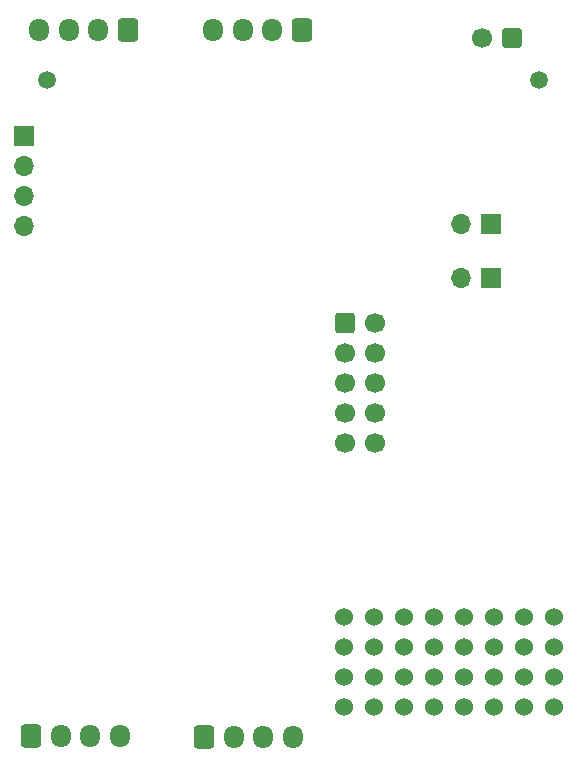
<source format=gbr>
%TF.GenerationSoftware,KiCad,Pcbnew,8.0.1*%
%TF.CreationDate,2024-06-07T18:03:32+02:00*%
%TF.ProjectId,Robuoy-Top,526f6275-6f79-42d5-946f-702e6b696361,rev?*%
%TF.SameCoordinates,Original*%
%TF.FileFunction,Copper,L2,Inr*%
%TF.FilePolarity,Positive*%
%FSLAX46Y46*%
G04 Gerber Fmt 4.6, Leading zero omitted, Abs format (unit mm)*
G04 Created by KiCad (PCBNEW 8.0.1) date 2024-06-07 18:03:32*
%MOMM*%
%LPD*%
G01*
G04 APERTURE LIST*
G04 Aperture macros list*
%AMRoundRect*
0 Rectangle with rounded corners*
0 $1 Rounding radius*
0 $2 $3 $4 $5 $6 $7 $8 $9 X,Y pos of 4 corners*
0 Add a 4 corners polygon primitive as box body*
4,1,4,$2,$3,$4,$5,$6,$7,$8,$9,$2,$3,0*
0 Add four circle primitives for the rounded corners*
1,1,$1+$1,$2,$3*
1,1,$1+$1,$4,$5*
1,1,$1+$1,$6,$7*
1,1,$1+$1,$8,$9*
0 Add four rect primitives between the rounded corners*
20,1,$1+$1,$2,$3,$4,$5,0*
20,1,$1+$1,$4,$5,$6,$7,0*
20,1,$1+$1,$6,$7,$8,$9,0*
20,1,$1+$1,$8,$9,$2,$3,0*%
G04 Aperture macros list end*
%TA.AperFunction,ComponentPad*%
%ADD10RoundRect,0.250000X-0.600000X-0.725000X0.600000X-0.725000X0.600000X0.725000X-0.600000X0.725000X0*%
%TD*%
%TA.AperFunction,ComponentPad*%
%ADD11O,1.700000X1.950000*%
%TD*%
%TA.AperFunction,ComponentPad*%
%ADD12RoundRect,0.250000X0.600000X0.725000X-0.600000X0.725000X-0.600000X-0.725000X0.600000X-0.725000X0*%
%TD*%
%TA.AperFunction,ComponentPad*%
%ADD13R,1.700000X1.700000*%
%TD*%
%TA.AperFunction,ComponentPad*%
%ADD14O,1.700000X1.700000*%
%TD*%
%TA.AperFunction,ComponentPad*%
%ADD15C,1.500000*%
%TD*%
%TA.AperFunction,ComponentPad*%
%ADD16C,1.524000*%
%TD*%
%TA.AperFunction,ComponentPad*%
%ADD17RoundRect,0.206250X0.618750X0.618750X-0.618750X0.618750X-0.618750X-0.618750X0.618750X-0.618750X0*%
%TD*%
%TA.AperFunction,ComponentPad*%
%ADD18C,1.700000*%
%TD*%
%TA.AperFunction,ComponentPad*%
%ADD19RoundRect,0.250000X-0.600000X-0.600000X0.600000X-0.600000X0.600000X0.600000X-0.600000X0.600000X0*%
%TD*%
G04 APERTURE END LIST*
D10*
%TO.N,Net-(J103-Pin_1)*%
%TO.C,J103*%
X40700000Y-109965000D03*
D11*
%TO.N,+3.3V*%
X43200000Y-109965000D03*
%TO.N,Net-(J103-Pin_3)*%
X45700000Y-109965000D03*
%TO.N,N/C*%
X48200000Y-109965000D03*
%TD*%
D12*
%TO.N,Net-(J104-Pin_1)*%
%TO.C,J104*%
X34230000Y-50055000D03*
D11*
%TO.N,Net-(J104-Pin_2)*%
X31730000Y-50055000D03*
%TO.N,/CPU/Vgps*%
X29230000Y-50055000D03*
%TO.N,GND*%
X26730000Y-50055000D03*
%TD*%
D13*
%TO.N,GND*%
%TO.C,SW102*%
X65024000Y-66548000D03*
D14*
%TO.N,EN*%
X62484000Y-66548000D03*
%TD*%
D15*
%TO.N,GND*%
%TO.C,TP208*%
X69088000Y-54356000D03*
%TD*%
D16*
%TO.N,unconnected-(TP402-Pad1)*%
%TO.C,TP402*%
X52578000Y-99822000D03*
%TO.N,N/C*%
X55118000Y-99822000D03*
X57658000Y-99822000D03*
X60198000Y-99822000D03*
X52578000Y-102362000D03*
X55118000Y-102362000D03*
X57658000Y-102362000D03*
X60198000Y-102362000D03*
X52578000Y-104902000D03*
X55118000Y-104902000D03*
X57658000Y-104902000D03*
X60198000Y-104902000D03*
X52578000Y-107442000D03*
X55118000Y-107442000D03*
X57658000Y-107442000D03*
X60198000Y-107442000D03*
%TD*%
D12*
%TO.N,GND*%
%TO.C,J201*%
X48962000Y-50055000D03*
D11*
%TO.N,Net-(D201-A1)*%
X46462000Y-50055000D03*
%TO.N,VBUS*%
X43962000Y-50055000D03*
%TO.N,Enable*%
X41462000Y-50055000D03*
%TD*%
D13*
%TO.N,GND*%
%TO.C,SW101*%
X65024000Y-71120000D03*
D14*
%TO.N,DR0*%
X62484000Y-71120000D03*
%TD*%
D16*
%TO.N,unconnected-(TP401-Pad1)*%
%TO.C,TP401*%
X62738000Y-99822000D03*
%TO.N,N/C*%
X65278000Y-99822000D03*
X67818000Y-99822000D03*
X70358000Y-99822000D03*
X62738000Y-102362000D03*
X65278000Y-102362000D03*
X67818000Y-102362000D03*
X70358000Y-102362000D03*
X62738000Y-104902000D03*
X65278000Y-104902000D03*
X67818000Y-104902000D03*
X70358000Y-104902000D03*
X62738000Y-107442000D03*
X65278000Y-107442000D03*
X67818000Y-107442000D03*
X70358000Y-107442000D03*
%TD*%
D15*
%TO.N,+5V*%
%TO.C,TP202*%
X27432000Y-54356000D03*
%TD*%
D13*
%TO.N,/CPU/SDA*%
%TO.C,J105*%
X25425000Y-59065000D03*
D14*
%TO.N,/CPU/SCL*%
X25425000Y-61605000D03*
%TO.N,+5V*%
X25425000Y-64145000D03*
%TO.N,GND*%
X25425000Y-66685000D03*
%TD*%
D17*
%TO.N,Net-(J202-Pin_1)*%
%TO.C,J202*%
X66802000Y-50800000D03*
D18*
%TO.N,Net-(J202-Pin_2)*%
X64262000Y-50800000D03*
%TD*%
D10*
%TO.N,GND*%
%TO.C,J102*%
X26035000Y-109855000D03*
D11*
%TO.N,Net-(D101-K)*%
X28535000Y-109855000D03*
%TO.N,Net-(D102-K)*%
X31035000Y-109855000D03*
%TO.N,Net-(D103-K)*%
X33535000Y-109855000D03*
%TD*%
D19*
%TO.N,EN*%
%TO.C,J101*%
X52587500Y-74930000D03*
D18*
%TO.N,+3.3V*%
X55127500Y-74930000D03*
%TO.N,TX*%
X52587500Y-77470000D03*
%TO.N,GND*%
X55127500Y-77470000D03*
%TO.N,RX*%
X52587500Y-80010000D03*
%TO.N,DR0*%
X55127500Y-80010000D03*
%TO.N,Net-(J101-Pin_7)*%
X52587500Y-82550000D03*
%TO.N,Net-(J101-Pin_8)*%
X55127500Y-82550000D03*
%TO.N,Net-(J101-Pin_9)*%
X52587500Y-85090000D03*
%TO.N,Net-(J101-Pin_10)*%
X55127500Y-85090000D03*
%TD*%
M02*

</source>
